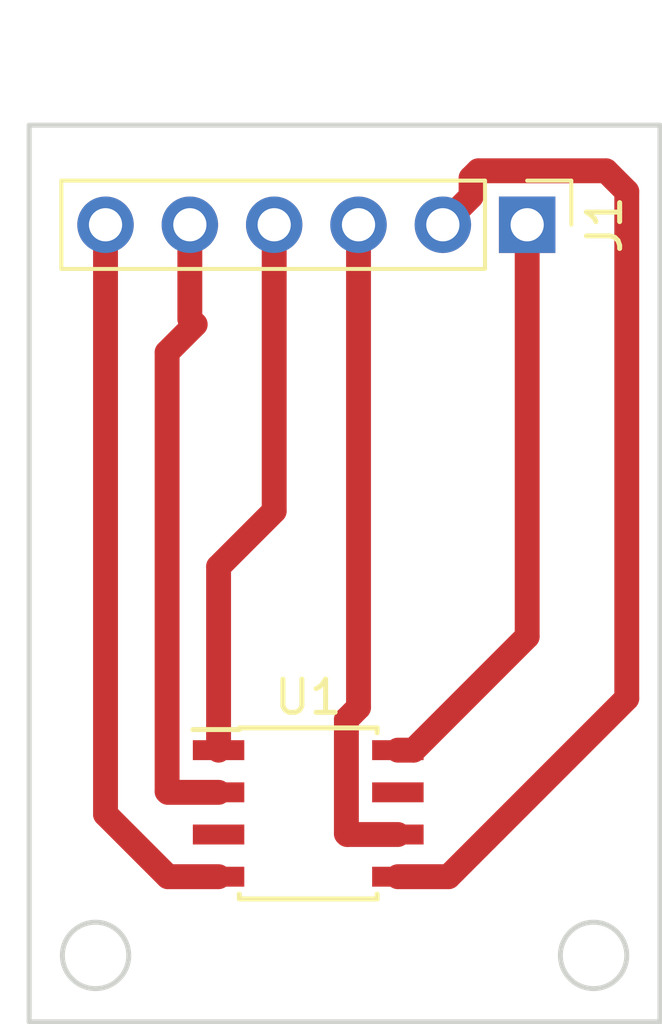
<source format=kicad_pcb>
(kicad_pcb (version 20171130) (host pcbnew 5.0.2-bee76a0~70~ubuntu18.04.1)

  (general
    (thickness 1.6)
    (drawings 6)
    (tracks 29)
    (zones 0)
    (modules 2)
    (nets 9)
  )

  (page A4)
  (layers
    (0 F.Cu signal)
    (31 B.Cu signal)
    (32 B.Adhes user)
    (33 F.Adhes user)
    (34 B.Paste user)
    (35 F.Paste user)
    (36 B.SilkS user)
    (37 F.SilkS user)
    (38 B.Mask user)
    (39 F.Mask user)
    (40 Dwgs.User user)
    (41 Cmts.User user)
    (42 Eco1.User user)
    (43 Eco2.User user)
    (44 Edge.Cuts user)
    (45 Margin user)
    (46 B.CrtYd user)
    (47 F.CrtYd user)
    (48 B.Fab user)
    (49 F.Fab user)
  )

  (setup
    (last_trace_width 0.75)
    (trace_clearance 0.4)
    (zone_clearance 0.508)
    (zone_45_only no)
    (trace_min 0.2)
    (segment_width 0.2)
    (edge_width 0.15)
    (via_size 0.8)
    (via_drill 0.4)
    (via_min_size 0.4)
    (via_min_drill 0.3)
    (uvia_size 0.3)
    (uvia_drill 0.1)
    (uvias_allowed no)
    (uvia_min_size 0.2)
    (uvia_min_drill 0.1)
    (pcb_text_width 0.3)
    (pcb_text_size 1.5 1.5)
    (mod_edge_width 0.15)
    (mod_text_size 1 1)
    (mod_text_width 0.15)
    (pad_size 1.524 1.524)
    (pad_drill 0.762)
    (pad_to_mask_clearance 0.051)
    (solder_mask_min_width 0.25)
    (aux_axis_origin 0 0)
    (visible_elements FFFFFF7F)
    (pcbplotparams
      (layerselection 0x01000_7fffffff)
      (usegerberextensions false)
      (usegerberattributes false)
      (usegerberadvancedattributes false)
      (creategerberjobfile false)
      (excludeedgelayer true)
      (linewidth 0.100000)
      (plotframeref false)
      (viasonmask false)
      (mode 1)
      (useauxorigin false)
      (hpglpennumber 1)
      (hpglpenspeed 20)
      (hpglpendiameter 15.000000)
      (psnegative false)
      (psa4output false)
      (plotreference true)
      (plotvalue true)
      (plotinvisibletext false)
      (padsonsilk false)
      (subtractmaskfromsilk false)
      (outputformat 1)
      (mirror false)
      (drillshape 0)
      (scaleselection 1)
      (outputdirectory "grb/"))
  )

  (net 0 "")
  (net 1 /MISO)
  (net 2 /MOSI)
  (net 3 /SCK)
  (net 4 /CS)
  (net 5 /3.3V)
  (net 6 /GND)
  (net 7 "Net-(U1-Pad3)")
  (net 8 "Net-(U1-Pad7)")

  (net_class Default "This is the default net class."
    (clearance 0.4)
    (trace_width 0.75)
    (via_dia 0.8)
    (via_drill 0.4)
    (uvia_dia 0.3)
    (uvia_drill 0.1)
    (add_net /3.3V)
    (add_net /CS)
    (add_net /GND)
    (add_net /MISO)
    (add_net /MOSI)
    (add_net /SCK)
    (add_net "Net-(U1-Pad3)")
    (add_net "Net-(U1-Pad7)")
  )

  (module Connector_PinHeader_2.54mm:PinHeader_1x06_P2.54mm_Vertical (layer F.Cu) (tedit 59FED5CC) (tstamp 5D3AFB5D)
    (at 150 92 270)
    (descr "Through hole straight pin header, 1x06, 2.54mm pitch, single row")
    (tags "Through hole pin header THT 1x06 2.54mm single row")
    (path /5D24C798)
    (fp_text reference J1 (at 0 -2.33 270) (layer F.SilkS)
      (effects (font (size 1 1) (thickness 0.15)))
    )
    (fp_text value Conn_01x06_Male (at 0 15.03 270) (layer F.Fab)
      (effects (font (size 1 1) (thickness 0.15)))
    )
    (fp_line (start -0.635 -1.27) (end 1.27 -1.27) (layer F.Fab) (width 0.1))
    (fp_line (start 1.27 -1.27) (end 1.27 13.97) (layer F.Fab) (width 0.1))
    (fp_line (start 1.27 13.97) (end -1.27 13.97) (layer F.Fab) (width 0.1))
    (fp_line (start -1.27 13.97) (end -1.27 -0.635) (layer F.Fab) (width 0.1))
    (fp_line (start -1.27 -0.635) (end -0.635 -1.27) (layer F.Fab) (width 0.1))
    (fp_line (start -1.33 14.03) (end 1.33 14.03) (layer F.SilkS) (width 0.12))
    (fp_line (start -1.33 1.27) (end -1.33 14.03) (layer F.SilkS) (width 0.12))
    (fp_line (start 1.33 1.27) (end 1.33 14.03) (layer F.SilkS) (width 0.12))
    (fp_line (start -1.33 1.27) (end 1.33 1.27) (layer F.SilkS) (width 0.12))
    (fp_line (start -1.33 0) (end -1.33 -1.33) (layer F.SilkS) (width 0.12))
    (fp_line (start -1.33 -1.33) (end 0 -1.33) (layer F.SilkS) (width 0.12))
    (fp_line (start -1.8 -1.8) (end -1.8 14.5) (layer F.CrtYd) (width 0.05))
    (fp_line (start -1.8 14.5) (end 1.8 14.5) (layer F.CrtYd) (width 0.05))
    (fp_line (start 1.8 14.5) (end 1.8 -1.8) (layer F.CrtYd) (width 0.05))
    (fp_line (start 1.8 -1.8) (end -1.8 -1.8) (layer F.CrtYd) (width 0.05))
    (fp_text user %R (at 0 6.35) (layer F.Fab)
      (effects (font (size 1 1) (thickness 0.15)))
    )
    (pad 1 thru_hole rect (at 0 0 270) (size 1.7 1.7) (drill 1) (layers *.Cu *.Mask)
      (net 5 /3.3V))
    (pad 2 thru_hole oval (at 0 2.54 270) (size 1.7 1.7) (drill 1) (layers *.Cu *.Mask)
      (net 2 /MOSI))
    (pad 3 thru_hole oval (at 0 5.08 270) (size 1.7 1.7) (drill 1) (layers *.Cu *.Mask)
      (net 3 /SCK))
    (pad 4 thru_hole oval (at 0 7.62 270) (size 1.7 1.7) (drill 1) (layers *.Cu *.Mask)
      (net 4 /CS))
    (pad 5 thru_hole oval (at 0 10.16 270) (size 1.7 1.7) (drill 1) (layers *.Cu *.Mask)
      (net 1 /MISO))
    (pad 6 thru_hole oval (at 0 12.7 270) (size 1.7 1.7) (drill 1) (layers *.Cu *.Mask)
      (net 6 /GND))
    (model ${KISYS3DMOD}/Connector_PinHeader_2.54mm.3dshapes/PinHeader_1x06_P2.54mm_Vertical.wrl
      (at (xyz 0 0 0))
      (scale (xyz 1 1 1))
      (rotate (xyz 0 0 0))
    )
  )

  (module Package_SO:SOIC-8_3.9x4.9mm_P1.27mm (layer F.Cu) (tedit 5A02F2D3) (tstamp 5D3AFB0C)
    (at 143.405001 109.725001)
    (descr "8-Lead Plastic Small Outline (SN) - Narrow, 3.90 mm Body [SOIC] (see Microchip Packaging Specification http://ww1.microchip.com/downloads/en/PackagingSpec/00000049BQ.pdf)")
    (tags "SOIC 1.27")
    (path /5D24C609)
    (attr smd)
    (fp_text reference U1 (at 0 -3.5) (layer F.SilkS)
      (effects (font (size 1 1) (thickness 0.15)))
    )
    (fp_text value AT25SF081-SSHD-X (at 0 3.5) (layer F.Fab)
      (effects (font (size 1 1) (thickness 0.15)))
    )
    (fp_text user %R (at 0 0) (layer F.Fab)
      (effects (font (size 1 1) (thickness 0.15)))
    )
    (fp_line (start -0.95 -2.45) (end 1.95 -2.45) (layer F.Fab) (width 0.1))
    (fp_line (start 1.95 -2.45) (end 1.95 2.45) (layer F.Fab) (width 0.1))
    (fp_line (start 1.95 2.45) (end -1.95 2.45) (layer F.Fab) (width 0.1))
    (fp_line (start -1.95 2.45) (end -1.95 -1.45) (layer F.Fab) (width 0.1))
    (fp_line (start -1.95 -1.45) (end -0.95 -2.45) (layer F.Fab) (width 0.1))
    (fp_line (start -3.73 -2.7) (end -3.73 2.7) (layer F.CrtYd) (width 0.05))
    (fp_line (start 3.73 -2.7) (end 3.73 2.7) (layer F.CrtYd) (width 0.05))
    (fp_line (start -3.73 -2.7) (end 3.73 -2.7) (layer F.CrtYd) (width 0.05))
    (fp_line (start -3.73 2.7) (end 3.73 2.7) (layer F.CrtYd) (width 0.05))
    (fp_line (start -2.075 -2.575) (end -2.075 -2.525) (layer F.SilkS) (width 0.15))
    (fp_line (start 2.075 -2.575) (end 2.075 -2.43) (layer F.SilkS) (width 0.15))
    (fp_line (start 2.075 2.575) (end 2.075 2.43) (layer F.SilkS) (width 0.15))
    (fp_line (start -2.075 2.575) (end -2.075 2.43) (layer F.SilkS) (width 0.15))
    (fp_line (start -2.075 -2.575) (end 2.075 -2.575) (layer F.SilkS) (width 0.15))
    (fp_line (start -2.075 2.575) (end 2.075 2.575) (layer F.SilkS) (width 0.15))
    (fp_line (start -2.075 -2.525) (end -3.475 -2.525) (layer F.SilkS) (width 0.15))
    (pad 1 smd rect (at -2.7 -1.905) (size 1.55 0.6) (layers F.Cu F.Paste F.Mask)
      (net 4 /CS))
    (pad 2 smd rect (at -2.7 -0.635) (size 1.55 0.6) (layers F.Cu F.Paste F.Mask)
      (net 1 /MISO))
    (pad 3 smd rect (at -2.7 0.635) (size 1.55 0.6) (layers F.Cu F.Paste F.Mask)
      (net 7 "Net-(U1-Pad3)"))
    (pad 4 smd rect (at -2.7 1.905) (size 1.55 0.6) (layers F.Cu F.Paste F.Mask)
      (net 6 /GND))
    (pad 5 smd rect (at 2.7 1.905) (size 1.55 0.6) (layers F.Cu F.Paste F.Mask)
      (net 2 /MOSI))
    (pad 6 smd rect (at 2.7 0.635) (size 1.55 0.6) (layers F.Cu F.Paste F.Mask)
      (net 3 /SCK))
    (pad 7 smd rect (at 2.7 -0.635) (size 1.55 0.6) (layers F.Cu F.Paste F.Mask)
      (net 8 "Net-(U1-Pad7)"))
    (pad 8 smd rect (at 2.7 -1.905) (size 1.55 0.6) (layers F.Cu F.Paste F.Mask)
      (net 5 /3.3V))
    (model ${KISYS3DMOD}/Package_SO.3dshapes/SOIC-8_3.9x4.9mm_P1.27mm.wrl
      (at (xyz 0 0 0))
      (scale (xyz 1 1 1))
      (rotate (xyz 0 0 0))
    )
  )

  (gr_circle (center 137 114) (end 138 114) (layer Edge.Cuts) (width 0.15))
  (gr_circle (center 152 114) (end 153 114) (layer Edge.Cuts) (width 0.15))
  (gr_line (start 135 116) (end 135 89) (layer Edge.Cuts) (width 0.15) (tstamp 5D3AFACA))
  (gr_line (start 154 116) (end 135 116) (layer Edge.Cuts) (width 0.15) (tstamp 5D3AFA7F))
  (gr_line (start 154 89) (end 154 116) (layer Edge.Cuts) (width 0.15) (tstamp 5D3AFAC7))
  (gr_line (start 135 89) (end 154 89) (layer Edge.Cuts) (width 0.15) (tstamp 5D3AFAB2))

  (segment (start 139.155 109.065) (end 139.155 95.845) (width 0.75) (layer F.Cu) (net 1) (tstamp 5D3AFA8E))
  (segment (start 140.705001 109.090001) (end 139.180001 109.090001) (width 0.75) (layer F.Cu) (net 1) (tstamp 5D3AFB90))
  (segment (start 139.180001 109.090001) (end 139.155 109.065) (width 0.75) (layer F.Cu) (net 1) (tstamp 5D3AFAB8))
  (segment (start 139.155 95.845) (end 140 95) (width 0.75) (layer F.Cu) (net 1) (tstamp 5D3AFAB5))
  (segment (start 139.84 94.84) (end 139.84 92) (width 0.75) (layer F.Cu) (net 1) (tstamp 5D3AFAEE))
  (segment (start 140 95) (end 139.84 94.84) (width 0.75) (layer F.Cu) (net 1) (tstamp 5D3AFA82))
  (segment (start 148.529999 90.374999) (end 152.374999 90.374999) (width 0.75) (layer F.Cu) (net 2) (tstamp 5D3AFA8B))
  (segment (start 148.309999 90.594999) (end 148.529999 90.374999) (width 0.75) (layer F.Cu) (net 2) (tstamp 5D3AFAAC))
  (segment (start 147.46 92) (end 148.309999 91.150001) (width 0.75) (layer F.Cu) (net 2) (tstamp 5D3AFAD3))
  (segment (start 148.309999 91.150001) (end 148.309999 90.594999) (width 0.75) (layer F.Cu) (net 2) (tstamp 5D3AFA97))
  (segment (start 152.374999 90.374999) (end 153 91) (width 0.75) (layer F.Cu) (net 2) (tstamp 5D3AFA94))
  (segment (start 147.630001 111.630001) (end 146.105001 111.630001) (width 0.75) (layer F.Cu) (net 2) (tstamp 5D3AFAA9))
  (segment (start 153 106.260002) (end 147.630001 111.630001) (width 0.75) (layer F.Cu) (net 2) (tstamp 5D3AFA88))
  (segment (start 153 91) (end 153 106.260002) (width 0.75) (layer F.Cu) (net 2) (tstamp 5D3AFAC1))
  (segment (start 144.580001 110.360001) (end 146.105001 110.360001) (width 0.75) (layer F.Cu) (net 3) (tstamp 5D3AFAA3))
  (segment (start 144.555 110.335) (end 144.580001 110.360001) (width 0.75) (layer F.Cu) (net 3) (tstamp 5D3AFACD))
  (segment (start 144.555 106.9) (end 144.555 110.335) (width 0.75) (layer F.Cu) (net 3) (tstamp 5D3AFAA6))
  (segment (start 144.92 106.535) (end 144.555 106.9) (width 0.75) (layer F.Cu) (net 3) (tstamp 5D3AFA91))
  (segment (start 144.92 92) (end 144.92 106.535) (width 0.75) (layer F.Cu) (net 3) (tstamp 5D3AFAAF))
  (segment (start 142.38 92) (end 142.38 100.62) (width 0.75) (layer F.Cu) (net 4) (tstamp 5D3AFABE))
  (segment (start 140.705001 102.294999) (end 140.705001 107.820001) (width 0.75) (layer F.Cu) (net 4) (tstamp 5D3AFA85))
  (segment (start 142.38 100.62) (end 140.705001 102.294999) (width 0.75) (layer F.Cu) (net 4) (tstamp 5D3AFAA0))
  (segment (start 146.580001 107.820001) (end 146.105001 107.820001) (width 0.75) (layer F.Cu) (net 5) (tstamp 5D3AFAC4))
  (segment (start 150 104.400002) (end 146.580001 107.820001) (width 0.75) (layer F.Cu) (net 5) (tstamp 5D3AFAEB))
  (segment (start 150 92) (end 150 104.400002) (width 0.75) (layer F.Cu) (net 5) (tstamp 5D3AFAD0))
  (segment (start 137.3 93.202081) (end 137.3 92) (width 0.75) (layer F.Cu) (net 6) (tstamp 5D3AFB93))
  (segment (start 139.180001 111.630001) (end 137.3 109.75) (width 0.75) (layer F.Cu) (net 6) (tstamp 5D3AFA9A))
  (segment (start 137.3 109.75) (end 137.3 93.202081) (width 0.75) (layer F.Cu) (net 6) (tstamp 5D3AFABB))
  (segment (start 140.705001 111.630001) (end 139.180001 111.630001) (width 0.75) (layer F.Cu) (net 6) (tstamp 5D3AFA9D))

)

</source>
